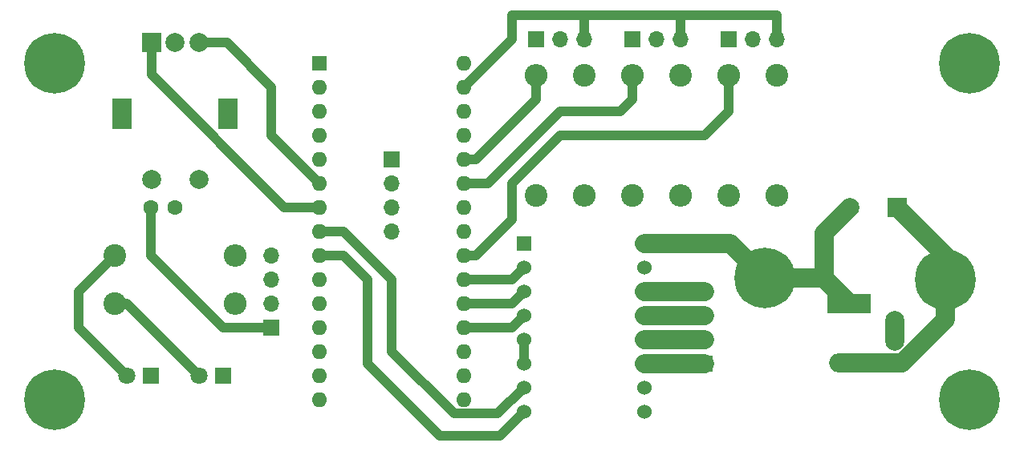
<source format=gbr>
%TF.GenerationSoftware,KiCad,Pcbnew,(6.0.2)*%
%TF.CreationDate,2022-03-04T14:07:56+01:00*%
%TF.ProjectId,interfacev1,696e7465-7266-4616-9365-76312e6b6963,rev?*%
%TF.SameCoordinates,Original*%
%TF.FileFunction,Copper,L2,Bot*%
%TF.FilePolarity,Positive*%
%FSLAX46Y46*%
G04 Gerber Fmt 4.6, Leading zero omitted, Abs format (unit mm)*
G04 Created by KiCad (PCBNEW (6.0.2)) date 2022-03-04 14:07:56*
%MOMM*%
%LPD*%
G01*
G04 APERTURE LIST*
%TA.AperFunction,ComponentPad*%
%ADD10R,1.530000X1.530000*%
%TD*%
%TA.AperFunction,ComponentPad*%
%ADD11C,1.530000*%
%TD*%
%TA.AperFunction,ComponentPad*%
%ADD12C,2.400000*%
%TD*%
%TA.AperFunction,ComponentPad*%
%ADD13O,2.400000X2.400000*%
%TD*%
%TA.AperFunction,ComponentPad*%
%ADD14R,2.000000X2.000000*%
%TD*%
%TA.AperFunction,ComponentPad*%
%ADD15C,2.000000*%
%TD*%
%TA.AperFunction,ComponentPad*%
%ADD16R,2.000000X3.200000*%
%TD*%
%TA.AperFunction,ComponentPad*%
%ADD17R,4.600000X2.000000*%
%TD*%
%TA.AperFunction,ComponentPad*%
%ADD18O,4.200000X2.000000*%
%TD*%
%TA.AperFunction,ComponentPad*%
%ADD19O,2.000000X4.200000*%
%TD*%
%TA.AperFunction,ComponentPad*%
%ADD20R,1.700000X1.700000*%
%TD*%
%TA.AperFunction,ComponentPad*%
%ADD21O,1.700000X1.700000*%
%TD*%
%TA.AperFunction,ComponentPad*%
%ADD22C,0.800000*%
%TD*%
%TA.AperFunction,ComponentPad*%
%ADD23C,6.400000*%
%TD*%
%TA.AperFunction,ComponentPad*%
%ADD24R,1.800000X1.800000*%
%TD*%
%TA.AperFunction,ComponentPad*%
%ADD25C,1.800000*%
%TD*%
%TA.AperFunction,ComponentPad*%
%ADD26C,1.600000*%
%TD*%
%TA.AperFunction,ComponentPad*%
%ADD27R,1.600000X1.600000*%
%TD*%
%TA.AperFunction,ComponentPad*%
%ADD28O,1.600000X1.600000*%
%TD*%
%TA.AperFunction,Conductor*%
%ADD29C,1.000000*%
%TD*%
%TA.AperFunction,Conductor*%
%ADD30C,2.000000*%
%TD*%
G04 APERTURE END LIST*
D10*
%TO.P,U1,1,~{ENABLE}*%
%TO.N,unconnected-(U1-Pad1)*%
X100330000Y-72390000D03*
D11*
%TO.P,U1,2,MS1*%
%TO.N,ms1*%
X100330000Y-74930000D03*
%TO.P,U1,3,MS2*%
%TO.N,ms2*%
X100330000Y-77470000D03*
%TO.P,U1,4,MS3*%
%TO.N,ms3*%
X100330000Y-80010000D03*
%TO.P,U1,5,~{RESET}*%
%TO.N,Net-(U1-Pad5)*%
X100330000Y-82550000D03*
%TO.P,U1,6,~{SLEEP}*%
X100330000Y-85090000D03*
%TO.P,U1,7,STEP*%
%TO.N,step*%
X100330000Y-87630000D03*
%TO.P,U1,8,DIR*%
%TO.N,dir*%
X100330000Y-90170000D03*
%TO.P,U1,9,GND*%
%TO.N,GND*%
X113030000Y-90170000D03*
%TO.P,U1,10,VDD*%
%TO.N,+5V*%
X113030000Y-87630000D03*
%TO.P,U1,11,1B*%
%TO.N,Net-(J2-Pad2)*%
X113030000Y-85090000D03*
%TO.P,U1,12,1A*%
%TO.N,Net-(J2-Pad1)*%
X113030000Y-82550000D03*
%TO.P,U1,13,2A*%
%TO.N,Net-(J2-Pad3)*%
X113030000Y-80010000D03*
%TO.P,U1,14,2B*%
%TO.N,Net-(J2-Pad4)*%
X113030000Y-77470000D03*
%TO.P,U1,15,GND*%
%TO.N,GND*%
X113030000Y-74930000D03*
%TO.P,U1,16,VMOT*%
%TO.N,+12V*%
X113030000Y-72390000D03*
%TD*%
D12*
%TO.P,R8,1*%
%TO.N,l3*%
X106680000Y-54610000D03*
D13*
%TO.P,R8,2*%
%TO.N,GND*%
X106680000Y-67310000D03*
%TD*%
D12*
%TO.P,R7,1*%
%TO.N,+5V*%
X101600000Y-67310000D03*
D13*
%TO.P,R7,2*%
%TO.N,l3*%
X101600000Y-54610000D03*
%TD*%
D12*
%TO.P,R6,1*%
%TO.N,l2*%
X116840000Y-54610000D03*
D13*
%TO.P,R6,2*%
%TO.N,GND*%
X116840000Y-67310000D03*
%TD*%
D12*
%TO.P,R5,1*%
%TO.N,+5V*%
X111760000Y-67310000D03*
D13*
%TO.P,R5,2*%
%TO.N,l2*%
X111760000Y-54610000D03*
%TD*%
D12*
%TO.P,R4,1*%
%TO.N,l1*%
X127000000Y-54610000D03*
D13*
%TO.P,R4,2*%
%TO.N,GND*%
X127000000Y-67310000D03*
%TD*%
D12*
%TO.P,R3,1*%
%TO.N,+5V*%
X121920000Y-67310000D03*
D13*
%TO.P,R3,2*%
%TO.N,l1*%
X121920000Y-54610000D03*
%TD*%
D12*
%TO.P,R2,1*%
%TO.N,Net-(D2-Pad2)*%
X57150000Y-78740000D03*
D13*
%TO.P,R2,2*%
%TO.N,+5V*%
X69850000Y-78740000D03*
%TD*%
D12*
%TO.P,R1,1*%
%TO.N,Net-(D1-Pad2)*%
X57150000Y-73660000D03*
D13*
%TO.P,R1,2*%
%TO.N,+5V*%
X69850000Y-73660000D03*
%TD*%
D14*
%TO.P,MT1,A,A*%
%TO.N,encod_dir*%
X61000000Y-51170000D03*
D15*
%TO.P,MT1,B,B*%
%TO.N,encod_int*%
X66000000Y-51170000D03*
%TO.P,MT1,C*%
%TO.N,GND*%
X63500000Y-51170000D03*
D16*
%TO.P,MT1,MP*%
%TO.N,N/C*%
X69100000Y-58670000D03*
X57900000Y-58670000D03*
D15*
%TO.P,MT1,S1,SHIELD*%
%TO.N,button*%
X66000000Y-65670000D03*
%TO.P,MT1,S2,SHIELD*%
%TO.N,GND*%
X61000000Y-65670000D03*
%TD*%
D17*
%TO.P,J7,1*%
%TO.N,+12V*%
X134620000Y-78740000D03*
D18*
%TO.P,J7,2*%
%TO.N,GND*%
X134620000Y-85040000D03*
D19*
%TO.P,J7,3*%
%TO.N,N/C*%
X139420000Y-81640000D03*
%TD*%
D20*
%TO.P,J6,1,Pin_1*%
%TO.N,GND*%
X73660000Y-81280000D03*
D21*
%TO.P,J6,2,Pin_2*%
%TO.N,load_data*%
X73660000Y-78740000D03*
%TO.P,J6,3,Pin_3*%
%TO.N,load_clk*%
X73660000Y-76200000D03*
%TO.P,J6,4,Pin_4*%
%TO.N,+5V*%
X73660000Y-73660000D03*
%TD*%
D20*
%TO.P,J5,1,Pin_1*%
%TO.N,+5V*%
X101600000Y-50800000D03*
D21*
%TO.P,J5,2,Pin_2*%
%TO.N,l3*%
X104140000Y-50800000D03*
%TO.P,J5,3,Pin_3*%
%TO.N,GND*%
X106680000Y-50800000D03*
%TD*%
D20*
%TO.P,J4,1,Pin_1*%
%TO.N,+5V*%
X111760000Y-50800000D03*
D21*
%TO.P,J4,2,Pin_2*%
%TO.N,l2*%
X114300000Y-50800000D03*
%TO.P,J4,3,Pin_3*%
%TO.N,GND*%
X116840000Y-50800000D03*
%TD*%
D20*
%TO.P,J3,1,Pin_1*%
%TO.N,+5V*%
X121920000Y-50800000D03*
D21*
%TO.P,J3,2,Pin_2*%
%TO.N,l1*%
X124460000Y-50800000D03*
%TO.P,J3,3,Pin_3*%
%TO.N,GND*%
X127000000Y-50800000D03*
%TD*%
D20*
%TO.P,J2,1,Pin_1*%
%TO.N,Net-(J2-Pad2)*%
X119380000Y-85080000D03*
D21*
%TO.P,J2,2,Pin_2*%
%TO.N,Net-(J2-Pad1)*%
X119380000Y-82540000D03*
%TO.P,J2,3,Pin_3*%
%TO.N,Net-(J2-Pad3)*%
X119380000Y-80000000D03*
%TO.P,J2,4,Pin_4*%
%TO.N,Net-(J2-Pad4)*%
X119380000Y-77460000D03*
%TD*%
D20*
%TO.P,J1,1,Pin_1*%
%TO.N,GND*%
X86360000Y-63500000D03*
D21*
%TO.P,J1,2,Pin_2*%
%TO.N,+5V*%
X86360000Y-66040000D03*
%TO.P,J1,3,Pin_3*%
%TO.N,scl*%
X86360000Y-68580000D03*
%TO.P,J1,4,Pin_4*%
%TO.N,sda*%
X86360000Y-71120000D03*
%TD*%
D22*
%TO.P,H6,1,1*%
%TO.N,GND*%
X144780000Y-73800000D03*
X146477056Y-77897056D03*
X146477056Y-74502944D03*
X147180000Y-76200000D03*
D23*
X144780000Y-76200000D03*
D22*
X144780000Y-78600000D03*
X143082944Y-74502944D03*
X143082944Y-77897056D03*
X142380000Y-76200000D03*
%TD*%
%TO.P,H5,1,1*%
%TO.N,+12V*%
X125730000Y-73660000D03*
X127427056Y-77757056D03*
X127427056Y-74362944D03*
X128130000Y-76060000D03*
D23*
X125730000Y-76060000D03*
D22*
X125730000Y-78460000D03*
X124032944Y-74362944D03*
X124032944Y-77757056D03*
X123330000Y-76060000D03*
%TD*%
D23*
%TO.P,H4,1*%
%TO.N,N/C*%
X147320000Y-88900000D03*
%TD*%
%TO.P,H3,1*%
%TO.N,N/C*%
X50800000Y-53340000D03*
%TD*%
%TO.P,H2,1*%
%TO.N,N/C*%
X147320000Y-53340000D03*
%TD*%
%TO.P,H1,1*%
%TO.N,N/C*%
X50800000Y-88900000D03*
%TD*%
D24*
%TO.P,D2,1,K*%
%TO.N,Net-(A1-Pad13)*%
X68580000Y-86360000D03*
D25*
%TO.P,D2,2,A*%
%TO.N,Net-(D2-Pad2)*%
X66040000Y-86360000D03*
%TD*%
D24*
%TO.P,D1,1,K*%
%TO.N,Net-(A1-Pad12)*%
X60960000Y-86360000D03*
D25*
%TO.P,D1,2,A*%
%TO.N,Net-(D1-Pad2)*%
X58420000Y-86360000D03*
%TD*%
D14*
%TO.P,C2,1*%
%TO.N,GND*%
X139700000Y-68580000D03*
D15*
%TO.P,C2,2*%
%TO.N,+12V*%
X134700000Y-68580000D03*
%TD*%
D26*
%TO.P,C1,1*%
%TO.N,GND*%
X60960000Y-68580000D03*
%TO.P,C1,2*%
%TO.N,button*%
X63460000Y-68580000D03*
%TD*%
D27*
%TO.P,A1,1,TX1*%
%TO.N,unconnected-(A1-Pad1)*%
X78740000Y-53340000D03*
D28*
%TO.P,A1,2,RX1*%
%TO.N,unconnected-(A1-Pad2)*%
X78740000Y-55880000D03*
%TO.P,A1,3,~{RESET}*%
%TO.N,unconnected-(A1-Pad3)*%
X78740000Y-58420000D03*
%TO.P,A1,4,GND*%
%TO.N,GND*%
X78740000Y-60960000D03*
%TO.P,A1,5,D2*%
%TO.N,button*%
X78740000Y-63500000D03*
%TO.P,A1,6,D3*%
%TO.N,encod_int*%
X78740000Y-66040000D03*
%TO.P,A1,7,D4*%
%TO.N,encod_dir*%
X78740000Y-68580000D03*
%TO.P,A1,8,D5*%
%TO.N,step*%
X78740000Y-71120000D03*
%TO.P,A1,9,D6*%
%TO.N,dir*%
X78740000Y-73660000D03*
%TO.P,A1,10,D7*%
%TO.N,load_clk*%
X78740000Y-76200000D03*
%TO.P,A1,11,D8*%
%TO.N,load_data*%
X78740000Y-78740000D03*
%TO.P,A1,12,D9*%
%TO.N,Net-(A1-Pad12)*%
X78740000Y-81280000D03*
%TO.P,A1,13,D10*%
%TO.N,Net-(A1-Pad13)*%
X78740000Y-83820000D03*
%TO.P,A1,14,MOSI*%
%TO.N,unconnected-(A1-Pad14)*%
X78740000Y-86360000D03*
%TO.P,A1,15,MISO*%
%TO.N,unconnected-(A1-Pad15)*%
X78740000Y-88900000D03*
%TO.P,A1,16,SCK*%
%TO.N,unconnected-(A1-Pad16)*%
X93980000Y-88900000D03*
%TO.P,A1,17,3V3*%
%TO.N,+3V3*%
X93980000Y-86360000D03*
%TO.P,A1,18,AREF*%
%TO.N,+5V*%
X93980000Y-83820000D03*
%TO.P,A1,19,A0*%
%TO.N,ms3*%
X93980000Y-81280000D03*
%TO.P,A1,20,A1*%
%TO.N,ms2*%
X93980000Y-78740000D03*
%TO.P,A1,21,A2*%
%TO.N,ms1*%
X93980000Y-76200000D03*
%TO.P,A1,22,A3*%
%TO.N,l1*%
X93980000Y-73660000D03*
%TO.P,A1,23,SDA/A4*%
%TO.N,sda*%
X93980000Y-71120000D03*
%TO.P,A1,24,SCL/A5*%
%TO.N,scl*%
X93980000Y-68580000D03*
%TO.P,A1,25,A6*%
%TO.N,l2*%
X93980000Y-66040000D03*
%TO.P,A1,26,A7*%
%TO.N,l3*%
X93980000Y-63500000D03*
%TO.P,A1,27,+5V*%
%TO.N,+5V*%
X93980000Y-60960000D03*
%TO.P,A1,28,~{RESET}*%
%TO.N,unconnected-(A1-Pad28)*%
X93980000Y-58420000D03*
%TO.P,A1,29,GND*%
%TO.N,GND*%
X93980000Y-55880000D03*
%TO.P,A1,30,VIN*%
%TO.N,unconnected-(A1-Pad30)*%
X93980000Y-53340000D03*
%TD*%
D29*
%TO.N,GND*%
X116840000Y-48260000D02*
X127000000Y-48260000D01*
X127000000Y-48260000D02*
X127000000Y-50800000D01*
X106680000Y-48260000D02*
X116840000Y-48260000D01*
X116840000Y-48260000D02*
X116840000Y-50800000D01*
X99060000Y-48260000D02*
X106680000Y-48260000D01*
X93980000Y-55880000D02*
X99060000Y-50800000D01*
X99060000Y-50800000D02*
X99060000Y-48260000D01*
X106680000Y-48260000D02*
X106680000Y-50800000D01*
%TO.N,l3*%
X95250000Y-63500000D02*
X101600000Y-57150000D01*
X93980000Y-63500000D02*
X95250000Y-63500000D01*
X101600000Y-57150000D02*
X101600000Y-54610000D01*
%TO.N,l2*%
X111760000Y-54610000D02*
X111760000Y-57150000D01*
X111760000Y-57150000D02*
X110490000Y-58420000D01*
X110490000Y-58420000D02*
X104140000Y-58420000D01*
X104140000Y-58420000D02*
X96520000Y-66040000D01*
X96520000Y-66040000D02*
X93980000Y-66040000D01*
%TO.N,l1*%
X93980000Y-73660000D02*
X95250000Y-73660000D01*
X99060000Y-69850000D02*
X99060000Y-66040000D01*
X95250000Y-73660000D02*
X99060000Y-69850000D01*
X99060000Y-66040000D02*
X104140000Y-60960000D01*
X104140000Y-60960000D02*
X119380000Y-60960000D01*
X119380000Y-60960000D02*
X121920000Y-58420000D01*
X121920000Y-58420000D02*
X121920000Y-54610000D01*
D30*
%TO.N,Net-(J2-Pad4)*%
X119380000Y-77460000D02*
X113040000Y-77460000D01*
X113040000Y-77460000D02*
X113030000Y-77470000D01*
%TO.N,GND*%
X144780000Y-76200000D02*
X144780000Y-73660000D01*
X144780000Y-73660000D02*
X139700000Y-68580000D01*
X134620000Y-85040000D02*
X140230591Y-85040000D01*
X140230591Y-85040000D02*
X144780000Y-80490591D01*
X144780000Y-80490591D02*
X144780000Y-76200000D01*
%TO.N,+12V*%
X131940000Y-76060000D02*
X131940000Y-71340000D01*
X131940000Y-71340000D02*
X134700000Y-68580000D01*
X125730000Y-76060000D02*
X131940000Y-76060000D01*
X131940000Y-76060000D02*
X134620000Y-78740000D01*
X113030000Y-72390000D02*
X122060000Y-72390000D01*
X122060000Y-72390000D02*
X125730000Y-76060000D01*
D29*
%TO.N,Net-(J2-Pad4)*%
X119370000Y-77470000D02*
X119380000Y-77460000D01*
D30*
%TO.N,Net-(J2-Pad2)*%
X113030000Y-85090000D02*
X119370000Y-85090000D01*
X119370000Y-85090000D02*
X119380000Y-85080000D01*
%TO.N,Net-(J2-Pad1)*%
X119380000Y-82540000D02*
X113040000Y-82540000D01*
X113040000Y-82540000D02*
X113030000Y-82550000D01*
%TO.N,Net-(J2-Pad3)*%
X113030000Y-80010000D02*
X119370000Y-80010000D01*
X119370000Y-80010000D02*
X119380000Y-80000000D01*
D29*
%TO.N,ms3*%
X93980000Y-81280000D02*
X99060000Y-81280000D01*
X99060000Y-81280000D02*
X100330000Y-80010000D01*
%TO.N,ms2*%
X93980000Y-78740000D02*
X99060000Y-78740000D01*
X99060000Y-78740000D02*
X100330000Y-77470000D01*
%TO.N,ms1*%
X93980000Y-76200000D02*
X99060000Y-76200000D01*
X99060000Y-76200000D02*
X100330000Y-74930000D01*
%TO.N,Net-(U1-Pad5)*%
X100330000Y-82550000D02*
X100330000Y-85090000D01*
%TO.N,dir*%
X100330000Y-90170000D02*
X97790000Y-92710000D01*
X97790000Y-92710000D02*
X91440000Y-92710000D01*
X91440000Y-92710000D02*
X83820000Y-85090000D01*
X83820000Y-85090000D02*
X83820000Y-76200000D01*
X83820000Y-76200000D02*
X81280000Y-73660000D01*
X81280000Y-73660000D02*
X78740000Y-73660000D01*
%TO.N,step*%
X100330000Y-87630000D02*
X97560489Y-90399511D01*
X97560489Y-90399511D02*
X92939511Y-90399511D01*
X92939511Y-90399511D02*
X86360000Y-83820000D01*
X86360000Y-83820000D02*
X86360000Y-76200000D01*
X86360000Y-76200000D02*
X81280000Y-71120000D01*
X81280000Y-71120000D02*
X78740000Y-71120000D01*
%TO.N,GND*%
X73660000Y-81280000D02*
X68580000Y-81280000D01*
X68580000Y-81280000D02*
X60960000Y-73660000D01*
X60960000Y-73660000D02*
X60960000Y-68580000D01*
%TO.N,Net-(D1-Pad2)*%
X58420000Y-86360000D02*
X53340000Y-81280000D01*
X53340000Y-81280000D02*
X53340000Y-77470000D01*
X53340000Y-77470000D02*
X57150000Y-73660000D01*
%TO.N,Net-(D2-Pad2)*%
X66040000Y-86360000D02*
X58420000Y-78740000D01*
X58420000Y-78740000D02*
X57150000Y-78740000D01*
%TO.N,encod_int*%
X78740000Y-66040000D02*
X73660000Y-60960000D01*
X68950000Y-51170000D02*
X66000000Y-51170000D01*
X73660000Y-60960000D02*
X73660000Y-55880000D01*
X73660000Y-55880000D02*
X68950000Y-51170000D01*
%TO.N,encod_dir*%
X61000000Y-51170000D02*
X61000000Y-54569022D01*
X61000000Y-54569022D02*
X75010978Y-68580000D01*
X75010978Y-68580000D02*
X78740000Y-68580000D01*
%TD*%
M02*

</source>
